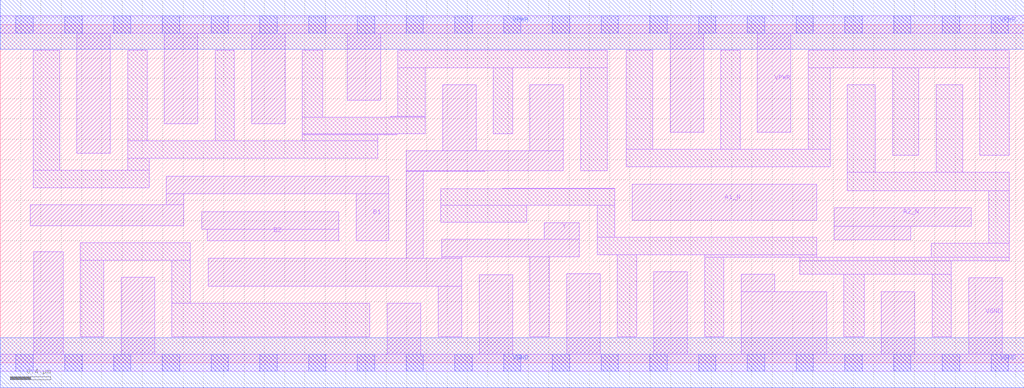
<source format=lef>
# Copyright 2020 The SkyWater PDK Authors
#
# Licensed under the Apache License, Version 2.0 (the "License");
# you may not use this file except in compliance with the License.
# You may obtain a copy of the License at
#
#     https://www.apache.org/licenses/LICENSE-2.0
#
# Unless required by applicable law or agreed to in writing, software
# distributed under the License is distributed on an "AS IS" BASIS,
# WITHOUT WARRANTIES OR CONDITIONS OF ANY KIND, either express or implied.
# See the License for the specific language governing permissions and
# limitations under the License.
#
# SPDX-License-Identifier: Apache-2.0

VERSION 5.7 ;
  NAMESCASESENSITIVE ON ;
  NOWIREEXTENSIONATPIN ON ;
  DIVIDERCHAR "/" ;
  BUSBITCHARS "[]" ;
UNITS
  DATABASE MICRONS 200 ;
END UNITS
MACRO sky130_fd_sc_lp__a2bb2oi_4
  CLASS CORE ;
  SOURCE USER ;
  FOREIGN sky130_fd_sc_lp__a2bb2oi_4 ;
  ORIGIN  0.000000  0.000000 ;
  SIZE  10.08000 BY  3.330000 ;
  SYMMETRY X Y R90 ;
  SITE unit ;
  PIN A1_N
    ANTENNAGATEAREA  1.260000 ;
    DIRECTION INPUT ;
    USE SIGNAL ;
    PORT
      LAYER li1 ;
        RECT 6.220000 1.405000 8.040000 1.755000 ;
    END
  END A1_N
  PIN A2_N
    ANTENNAGATEAREA  1.260000 ;
    DIRECTION INPUT ;
    USE SIGNAL ;
    PORT
      LAYER li1 ;
        RECT 8.210000 1.210000 8.965000 1.345000 ;
        RECT 8.210000 1.345000 9.560000 1.525000 ;
    END
  END A2_N
  PIN B1
    ANTENNAGATEAREA  1.260000 ;
    DIRECTION INPUT ;
    USE SIGNAL ;
    PORT
      LAYER li1 ;
        RECT 0.295000 1.350000 1.805000 1.555000 ;
        RECT 1.635000 1.555000 1.805000 1.665000 ;
        RECT 1.635000 1.665000 3.825000 1.835000 ;
        RECT 3.505000 1.200000 3.825000 1.665000 ;
    END
  END B1
  PIN B2
    ANTENNAGATEAREA  1.260000 ;
    DIRECTION INPUT ;
    USE SIGNAL ;
    PORT
      LAYER li1 ;
        RECT 1.985000 1.315000 3.335000 1.485000 ;
        RECT 2.040000 1.200000 3.335000 1.315000 ;
    END
  END B2
  PIN Y
    ANTENNADIFFAREA  1.646400 ;
    DIRECTION OUTPUT ;
    USE SIGNAL ;
    PORT
      LAYER li1 ;
        RECT 2.050000 0.755000 4.545000 1.030000 ;
        RECT 3.995000 1.030000 4.165000 1.885000 ;
        RECT 3.995000 1.885000 4.770000 1.890000 ;
        RECT 3.995000 1.890000 5.545000 2.085000 ;
        RECT 4.310000 0.255000 4.545000 0.755000 ;
        RECT 4.345000 1.030000 4.545000 1.045000 ;
        RECT 4.345000 1.045000 5.700000 1.215000 ;
        RECT 4.355000 2.085000 4.685000 2.735000 ;
        RECT 5.215000 0.255000 5.405000 1.045000 ;
        RECT 5.215000 2.085000 5.545000 2.735000 ;
        RECT 5.355000 1.215000 5.700000 1.380000 ;
    END
  END Y
  PIN VGND
    DIRECTION INOUT ;
    USE GROUND ;
    PORT
      LAYER li1 ;
        RECT 0.000000 -0.085000 10.080000 0.085000 ;
        RECT 0.330000  0.085000  0.620000 1.095000 ;
        RECT 1.190000  0.085000  1.520000 0.840000 ;
        RECT 3.810000  0.085000  4.140000 0.585000 ;
        RECT 4.715000  0.085000  5.045000 0.865000 ;
        RECT 5.575000  0.085000  5.905000 0.875000 ;
        RECT 6.435000  0.085000  6.765000 0.895000 ;
        RECT 7.295000  0.085000  8.135000 0.700000 ;
        RECT 7.295000  0.700000  7.625000 0.870000 ;
        RECT 8.675000  0.085000  9.005000 0.700000 ;
        RECT 9.535000  0.085000  9.865000 0.835000 ;
      LAYER mcon ;
        RECT 0.155000 -0.085000 0.325000 0.085000 ;
        RECT 0.635000 -0.085000 0.805000 0.085000 ;
        RECT 1.115000 -0.085000 1.285000 0.085000 ;
        RECT 1.595000 -0.085000 1.765000 0.085000 ;
        RECT 2.075000 -0.085000 2.245000 0.085000 ;
        RECT 2.555000 -0.085000 2.725000 0.085000 ;
        RECT 3.035000 -0.085000 3.205000 0.085000 ;
        RECT 3.515000 -0.085000 3.685000 0.085000 ;
        RECT 3.995000 -0.085000 4.165000 0.085000 ;
        RECT 4.475000 -0.085000 4.645000 0.085000 ;
        RECT 4.955000 -0.085000 5.125000 0.085000 ;
        RECT 5.435000 -0.085000 5.605000 0.085000 ;
        RECT 5.915000 -0.085000 6.085000 0.085000 ;
        RECT 6.395000 -0.085000 6.565000 0.085000 ;
        RECT 6.875000 -0.085000 7.045000 0.085000 ;
        RECT 7.355000 -0.085000 7.525000 0.085000 ;
        RECT 7.835000 -0.085000 8.005000 0.085000 ;
        RECT 8.315000 -0.085000 8.485000 0.085000 ;
        RECT 8.795000 -0.085000 8.965000 0.085000 ;
        RECT 9.275000 -0.085000 9.445000 0.085000 ;
        RECT 9.755000 -0.085000 9.925000 0.085000 ;
      LAYER met1 ;
        RECT 0.000000 -0.245000 10.080000 0.245000 ;
    END
  END VGND
  PIN VPWR
    DIRECTION INOUT ;
    USE POWER ;
    PORT
      LAYER li1 ;
        RECT 0.000000 3.245000 10.080000 3.415000 ;
        RECT 0.755000 2.065000  1.085000 3.245000 ;
        RECT 1.615000 2.355000  1.945000 3.245000 ;
        RECT 2.475000 2.355000  2.805000 3.245000 ;
        RECT 3.415000 2.585000  3.745000 3.245000 ;
        RECT 6.595000 2.270000  6.925000 3.245000 ;
        RECT 7.455000 2.270000  7.785000 3.245000 ;
      LAYER mcon ;
        RECT 0.155000 3.245000 0.325000 3.415000 ;
        RECT 0.635000 3.245000 0.805000 3.415000 ;
        RECT 1.115000 3.245000 1.285000 3.415000 ;
        RECT 1.595000 3.245000 1.765000 3.415000 ;
        RECT 2.075000 3.245000 2.245000 3.415000 ;
        RECT 2.555000 3.245000 2.725000 3.415000 ;
        RECT 3.035000 3.245000 3.205000 3.415000 ;
        RECT 3.515000 3.245000 3.685000 3.415000 ;
        RECT 3.995000 3.245000 4.165000 3.415000 ;
        RECT 4.475000 3.245000 4.645000 3.415000 ;
        RECT 4.955000 3.245000 5.125000 3.415000 ;
        RECT 5.435000 3.245000 5.605000 3.415000 ;
        RECT 5.915000 3.245000 6.085000 3.415000 ;
        RECT 6.395000 3.245000 6.565000 3.415000 ;
        RECT 6.875000 3.245000 7.045000 3.415000 ;
        RECT 7.355000 3.245000 7.525000 3.415000 ;
        RECT 7.835000 3.245000 8.005000 3.415000 ;
        RECT 8.315000 3.245000 8.485000 3.415000 ;
        RECT 8.795000 3.245000 8.965000 3.415000 ;
        RECT 9.275000 3.245000 9.445000 3.415000 ;
        RECT 9.755000 3.245000 9.925000 3.415000 ;
      LAYER met1 ;
        RECT 0.000000 3.085000 10.080000 3.575000 ;
    END
  END VPWR
  OBS
    LAYER li1 ;
      RECT 0.325000 1.725000 1.465000 1.895000 ;
      RECT 0.325000 1.895000 0.585000 3.075000 ;
      RECT 0.790000 0.255000 1.020000 1.010000 ;
      RECT 0.790000 1.010000 1.870000 1.180000 ;
      RECT 1.255000 1.895000 1.465000 2.015000 ;
      RECT 1.255000 2.015000 3.715000 2.185000 ;
      RECT 1.255000 2.185000 1.445000 3.075000 ;
      RECT 1.690000 0.255000 3.640000 0.585000 ;
      RECT 1.690000 0.585000 1.870000 1.010000 ;
      RECT 2.115000 2.185000 2.305000 3.075000 ;
      RECT 2.975000 2.185000 3.715000 2.245000 ;
      RECT 2.975000 2.245000 3.905000 2.255000 ;
      RECT 2.975000 2.255000 4.185000 2.415000 ;
      RECT 2.975000 2.415000 3.175000 3.075000 ;
      RECT 3.845000 2.415000 4.185000 2.425000 ;
      RECT 3.915000 2.425000 4.185000 2.905000 ;
      RECT 3.915000 2.905000 5.975000 3.075000 ;
      RECT 4.335000 1.385000 5.185000 1.550000 ;
      RECT 4.335000 1.550000 6.050000 1.715000 ;
      RECT 4.855000 2.255000 5.045000 2.905000 ;
      RECT 4.940000 1.715000 6.050000 1.720000 ;
      RECT 5.715000 1.890000 5.975000 2.905000 ;
      RECT 5.880000 1.065000 8.040000 1.235000 ;
      RECT 5.880000 1.235000 6.050000 1.550000 ;
      RECT 6.075000 0.255000 6.265000 1.065000 ;
      RECT 6.165000 1.930000 8.170000 2.100000 ;
      RECT 6.165000 2.100000 6.425000 3.075000 ;
      RECT 6.935000 0.255000 7.125000 1.040000 ;
      RECT 6.935000 1.040000 8.040000 1.065000 ;
      RECT 7.095000 2.100000 7.285000 3.075000 ;
      RECT 7.870000 0.870000 9.365000 1.005000 ;
      RECT 7.870000 1.005000 9.935000 1.040000 ;
      RECT 7.955000 2.100000 8.170000 2.905000 ;
      RECT 7.955000 2.905000 9.935000 3.075000 ;
      RECT 8.305000 0.255000 8.505000 0.870000 ;
      RECT 8.340000 1.695000 9.935000 1.875000 ;
      RECT 8.340000 1.875000 8.615000 2.735000 ;
      RECT 8.785000 2.045000 9.045000 2.905000 ;
      RECT 9.165000 1.040000 9.935000 1.175000 ;
      RECT 9.175000 0.255000 9.365000 0.870000 ;
      RECT 9.215000 1.875000 9.475000 2.735000 ;
      RECT 9.645000 2.045000 9.935000 2.905000 ;
      RECT 9.730000 1.175000 9.935000 1.695000 ;
  END
END sky130_fd_sc_lp__a2bb2oi_4

</source>
